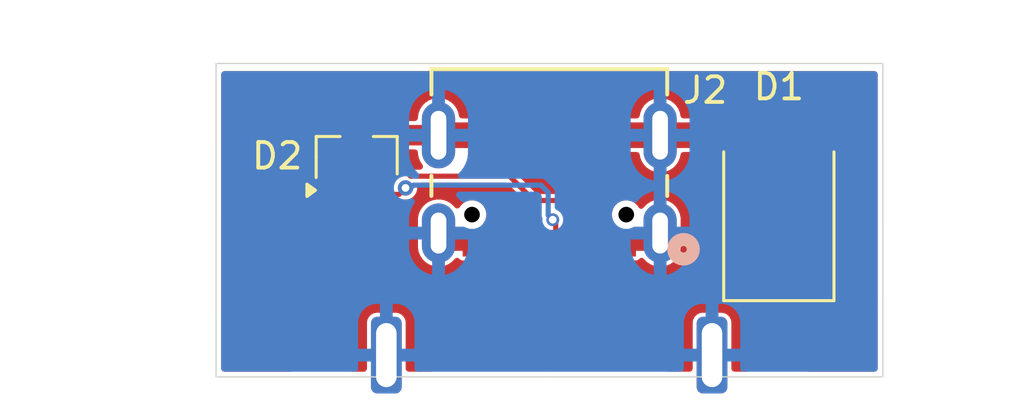
<source format=kicad_pcb>
(kicad_pcb (version 20241229) (generator "pcbnew") (generator_version "9.0")
  (title_block (title "Expansion Card Template") (rev "X1") (company "Framework") (comment 1 "This work is licensed under a Creative Commons Attribution 4.0 International License") (comment 4 "https://frame.work"))
  (layers (0 "F.Cu" signal) (2 "B.Cu" signal) (13 "F.Paste" user) (15 "B.Paste" user) (5 "F.SilkS" user "F.Silkscreen") (7 "B.SilkS" user "B.Silkscreen") (1 "F.Mask" user) (3 "B.Mask" user) (25 "Edge.Cuts" user))
  (net 0 "")
  (net 1 "GND")
  (net 2 "/USB_DN")
  (net 3 "VBUS")
  (net 4 "/USB_DP")
  (net 5 "/USB_CC")
  (net 6 "/USB_VCONN")
  (footprint "Diode_SMD:D_SMB" (layer "F.Cu") (at 163.4 139.2 90)
    (property "Reference" "D1" (at 4.69 0 180) (layer "F.SilkS"))
    (property "Value" "SMBJ51ACT-ND")
    (fp_line (start -3.66 -2.15) (end 2.15 -2.15) (stroke (width 0.12)) (layer "F.SilkS"))
    (fp_line (start -3.66 -2.15) (end -3.66 2.15) (stroke (width 0.12)) (layer "F.SilkS"))
    (fp_line (start -3.66 2.15) (end 2.15 2.15) (stroke (width 0.12)) (layer "F.SilkS"))
    (pad "1" smd roundrect (at -2.15 0 90) (size 2.5 2.3) (layers "F.Cu" "F.Mask" "F.Paste") (roundrect_rratio 0.1086956522) (net 3 "VBUS"))
    (pad "2" smd roundrect (at 2.15 0 90) (size 2.5 2.3) (layers "F.Cu" "F.Mask" "F.Paste") (roundrect_rratio 0.1086956522) (net 1 "GND"))
  )
  (footprint "Package_TO_SOT_SMD:SOT-23_Handsoldering" (layer "F.Cu") (at 146.939 137.2108 90)
    (property "Reference" "D2" (at 0 -3.1 180) (layer "F.SilkS"))
    (property "Value" "ESD862DBZR")
    (fp_line (start 0.76 -1.58) (end 0.76 -0.65) (stroke (width 0.12)) (layer "F.SilkS"))
    (fp_line (start -0.04 -1.58) (end 0.76 -1.58) (stroke (width 0.12)) (layer "F.SilkS"))
    (fp_line (start -0.04 -1.58) (end -0.84 -1.58) (stroke (width 0.12)) (layer "F.SilkS"))
    (fp_line (start 0.76 1.58) (end 0.76 0.65) (stroke (width 0.12)) (layer "F.SilkS"))
    (fp_line (start 0.76 1.58) (end -0.7 1.58) (stroke (width 0.12)) (layer "F.SilkS"))
    (fp_poly (pts (xy -1.34 -1.61) (xy -1.58 -1.94) (xy -1.1 -1.94) (xy -1.34 -1.61)) (stroke (width 0.12)) (fill yes) (layer "F.SilkS"))
    (pad "1" smd roundrect (at -1.5 -0.95 90) (size 1.9 0.8) (layers "F.Cu" "F.Mask" "F.Paste") (net 2 "/USB_DN"))
    (pad "2" smd roundrect (at -1.5 0.95 90) (size 1.9 0.8) (layers "F.Cu" "F.Mask" "F.Paste") (net 4 "/USB_DP"))
    (pad "3" smd roundrect (at 1.5 0 90) (size 1.9 0.8) (layers "F.Cu" "F.Mask" "F.Paste") (net 1 "GND"))
  )
  (footprint "Mag Charger:USB C Socket" (layer "F.Cu") (at 154.45 137.4 180)
    (property "Reference" "J2" (at -6.078 2.7546 0) (layer "F.SilkS"))
    (property "Value" "DX07S016JA3R1500")
    (fp_line (start 4.5974 3.5814) (end -4.5974 3.5814) (stroke (width 0.1524)) (layer "F.SilkS"))
    (fp_line (start 4.5974 2.587499) (end 4.5974 3.5814) (stroke (width 0.1524)) (layer "F.SilkS"))
    (fp_line (start 4.5974 -1.37221) (end 4.5974 -0.588677) (stroke (width 0.1524)) (layer "F.SilkS"))
    (fp_line (start -4.5974 3.5814) (end -4.5974 2.587499) (stroke (width 0.1524)) (layer "F.SilkS"))
    (fp_line (start -4.5974 -0.588677) (end -4.5974 -1.37221) (stroke (width 0.1524)) (layer "F.SilkS"))
    (fp_circle (center -5.2324 -3.4544) (end -4.8514 -3.4544) (stroke (width 0.508)) (fill no) (layer "B.SilkS"))
    (pad "" np_thru_hole circle (at -3 -2.100713 180) (size 0.6096 0.6096) (drill 0.6096) (layers))
    (pad "" np_thru_hole circle (at 3.0143 -2.100713 180) (size 0.6096 0.6096) (drill 0.6096) (layers))
    (pad "1" smd rect (at -3.1 -3.215589 180) (size 0.5588 1.0414) (layers "F.Cu" "F.Mask" "F.Paste") (net 1 "GND"))
    (pad "2" smd rect (at -2.368067 -3.215589 180) (size 0.5588 1.0414) (layers "F.Cu" "F.Mask" "F.Paste") (net 3 "VBUS"))
    (pad "3" smd rect (at -1.750441 -3.215589 180) (size 0.3302 1.0414) (layers "F.Cu" "F.Mask" "F.Paste") (net 5 "/USB_CC"))
    (pad "4" smd rect (at -1.250315 -3.215589 180) (size 0.3302 1.0414) (layers "F.Cu" "F.Mask" "F.Paste"))
    (pad "5" smd rect (at -0.750189 -3.215589 180) (size 0.3302 1.0414) (layers "F.Cu" "F.Mask" "F.Paste") (net 2 "/USB_DN"))
    (pad "6" smd rect (at -0.250063 -3.215589 180) (size 0.3302 1.0414) (layers "F.Cu" "F.Mask" "F.Paste") (net 4 "/USB_DP"))
    (pad "7" smd rect (at 0.250063 -3.215589 180) (size 0.3302 1.0414) (layers "F.Cu" "F.Mask" "F.Paste") (net 4 "/USB_DP"))
    (pad "8" smd rect (at 0.750189 -3.215589 180) (size 0.3302 1.0414) (layers "F.Cu" "F.Mask" "F.Paste") (net 2 "/USB_DN"))
    (pad "9" smd rect (at 1.250315 -3.215589 180) (size 0.3302 1.0414) (layers "F.Cu" "F.Mask" "F.Paste") (net 6 "/USB_VCONN"))
    (pad "10" smd rect (at 1.750441 -3.215589 180) (size 0.3302 1.0414) (layers "F.Cu" "F.Mask" "F.Paste"))
    (pad "11" smd rect (at 2.368067 -3.215589 180) (size 0.5588 1.0414) (layers "F.Cu" "F.Mask" "F.Paste") (net 3 "VBUS"))
    (pad "12" thru_hole oval (at -4.320032 0.999411 180) (size 1.2954 2.5908) (drill oval 0.6096 1.905) (layers "*.Cu" "*.Mask") (net 1 "GND"))
    (pad "12" thru_hole oval (at -4.320002 -2.820589 180) (size 1.2954 2.3114) (drill oval 0.6096 1.6002) (layers "*.Cu" "*.Mask") (net 1 "GND"))
    (pad "12" smd rect (at -1.4 0.999287 180) (size 0.9906 2.0066) (layers "F.Cu" "F.Mask" "F.Paste") (net 1 "GND"))
    (pad "12" smd rect (at 1.4 0.999287 180) (size 0.9906 2.0066) (layers "F.Cu" "F.Mask" "F.Paste") (net 1 "GND"))
    (pad "12" smd rect (at 3.1 -3.215589 180) (size 0.5588 1.0414) (layers "F.Cu" "F.Mask" "F.Paste") (net 1 "GND"))
    (pad "12" thru_hole oval (at 4.320002 -2.820589 180) (size 1.2954 2.3114) (drill oval 0.6096 1.6002) (layers "*.Cu" "*.Mask") (net 1 "GND"))
    (pad "12" thru_hole oval (at 4.320032 0.999411 180) (size 1.2954 2.5908) (drill oval 0.6096 1.905) (layers "*.Cu" "*.Mask") (net 1 "GND"))
  )
  (footprint "Mag Charger:Mag Connector" (layer "F.Cu") (at 154.445 143.3345)
    (property "Reference" "J1" (hide yes))
    (property "Value" "Conn_01x08" (hide yes))
    (fp_line (start 0 2.501) (end -12.99 2.501) (stroke (width 0.05)) (layer "Edge.Cuts"))
    (fp_line (start 0 2.501) (end 13.01 2.501) (stroke (width 0.05)) (layer "Edge.Cuts"))
    (pad "1" smd roundrect (at -8.89 0.651) (size 1.2 3) (layers "F.Cu" "F.Mask" "F.Paste") (roundrect_rratio 0.2083333333) (net 3 "VBUS"))
    (pad "2" thru_hole roundrect (at -6.35 1.651) (size 1.2 3) (drill oval 0.8 2.5) (property pad_prop_castellated) (layers "*.Cu" "*.Mask") (roundrect_rratio 0.2083333333) (net 1 "GND"))
    (pad "3" smd roundrect (at -3.81 0.651) (size 1.2 3) (layers "F.Cu" "F.Mask" "F.Paste") (roundrect_rratio 0.2083333333) (net 6 "/USB_VCONN"))
    (pad "4" smd roundrect (at -1.27 0.651) (size 1.2 3) (layers "F.Cu" "F.Mask" "F.Paste") (roundrect_rratio 0.2083333333) (net 2 "/USB_DN"))
    (pad "5" smd roundrect (at 1.27 0.651) (size 1.2 3) (layers "F.Cu" "F.Mask" "F.Paste") (roundrect_rratio 0.2083333333) (net 4 "/USB_DP"))
    (pad "6" smd roundrect (at 3.81 0.651) (size 1.2 3) (layers "F.Cu" "F.Mask" "F.Paste") (roundrect_rratio 0.2083333333) (net 5 "/USB_CC"))
    (pad "7" thru_hole roundrect (at 6.35 1.651) (size 1.2 3) (drill oval 0.8 2.5) (property pad_prop_castellated) (layers "*.Cu" "*.Mask") (roundrect_rratio 0.2083333333) (net 1 "GND"))
    (pad "8" smd roundrect (at 8.89 0.651) (size 1.2 3) (layers "F.Cu" "F.Mask" "F.Paste") (roundrect_rratio 0.2083333333) (net 3 "VBUS"))
  )
  (gr_line (start 167.455266 133.6) (end 141.455266 133.6) (stroke (width 0.05)) (layer "Edge.Cuts"))
  (gr_line (start 141.455 145.8355) (end 141.455266 133.6) (stroke (width 0.05)) (layer "Edge.Cuts"))
  (gr_line (start 167.455 145.8355) (end 167.455266 133.6) (stroke (width 0.05)) (layer "Edge.Cuts"))
  (segment (start 151.1808 136.400589) (end 150.129968 136.400589) (width 1) (layer "F.Cu") (net 1))
  (segment (start 151.35 140.615589) (end 150.524998 140.615589) (width 0.6) (layer "F.Cu") (net 1))
  (segment (start 158.770032 136.400589) (end 151.1808 136.400589) (width 1) (layer "F.Cu") (net 1))
  (segment (start 147.628789 136.400589) (end 151.1808 136.400589) (width 0.8) (layer "F.Cu") (net 1))
  (segment (start 158.770032 136.400589) (end 162.750589 136.400589) (width 1) (layer "F.Cu") (net 1))
  (segment (start 157.55 140.615589) (end 158.375002 140.615589) (width 0.6) (layer "F.Cu") (net 1))
  (segment (start 162.750589 136.400589) (end 163.4 137.05) (width 1) (layer "F.Cu") (net 1))
  (segment (start 158.375002 140.615589) (end 158.770002 140.220589) (width 0.6) (layer "F.Cu") (net 1))
  (segment (start 150.524998 140.615589) (end 150.129998 140.220589) (width 0.6) (layer "F.Cu") (net 1))
  (segment (start 146.939 135.7108) (end 147.628789 136.400589) (width 0.8) (layer "F.Cu") (net 1))
  (segment (start 148.082 144.9525) (end 148.115 144.9855) (width 0.8) (layer "F.Cu") (net 1))
  (segment (start 153.699811 142.597303) (end 153.699811 143.268372) (width 0.2) (layer "F.Cu") (net 2))
  (segment (start 153.699811 139.100189) (end 153.85 138.95) (width 0.2) (layer "F.Cu") (net 2))
  (segment (start 154.000155 141.697647) (end 154.000155 141.997303) (width 0.2) (layer "F.Cu") (net 2))
  (segment (start 153.699811 142.297647) (end 153.699811 142.597303) (width 0.2) (layer "F.Cu") (net 2))
  (segment (start 154.95 138.95) (end 155.200189 139.200189) (width 0.2) (layer "F.Cu") (net 2))
  (segment (start 149.041479 138) (end 148.531679 137.4902) (width 0.2) (layer "F.Cu") (net 2))
  (segment (start 148.531679 137.4902) (end 146.4056 137.4902) (width 0.2) (layer "F.Cu") (net 2))
  (segment (start 153.699811 143.268372) (end 153.699811 143.730689) (width 0.2) (layer "F.Cu") (net 2))
  (segment (start 153.85 138.95) (end 152.9 138) (width 0.2) (layer "F.Cu") (net 2))
  (segment (start 153.85 138.95) (end 154.95 138.95) (width 0.2) (layer "F.Cu") (net 2))
  (segment (start 153.699811 140.615589) (end 153.699811 139.100189) (width 0.2) (layer "F.Cu") (net 2))
  (segment (start 153.699811 144.495455) (end 153.195266 145) (width 0.2) (layer "F.Cu") (net 2))
  (segment (start 153.699811 143.730689) (end 153.195 144.2355) (width 0.2) (layer "F.Cu") (net 2))
  (segment (start 153.699811 140.615589) (end 153.699811 141.397303) (width 0.2) (layer "F.Cu") (net 2))
  (segment (start 155.200189 139.200189) (end 155.200189 140.615589) (width 0.2) (layer "F.Cu") (net 2))
  (segment (start 152.9 138) (end 149.041479 138) (width 0.2) (layer "F.Cu") (net 2))
  (segment (start 145.989 137.9068) (end 145.989 138.7108) (width 0.2) (layer "F.Cu") (net 2))
  (segment (start 146.4056 137.4902) (end 145.989 137.9068) (width 0.2) (layer "F.Cu") (net 2))
  (arc (start 153.849983 142.147475) (mid 153.743795 142.191459) (end 153.699811 142.297647) (width 0.2) (layer "F.Cu") (net 2))
  (arc (start 153.849983 141.547475) (mid 153.956171 141.591459) (end 154.000155 141.697647) (width 0.2) (layer "F.Cu") (net 2))
  (arc (start 153.699811 141.397303) (mid 153.743795 141.503491) (end 153.849983 141.547475) (width 0.2) (layer "F.Cu") (net 2))
  (arc (start 154.000155 141.997303) (mid 153.956171 142.103491) (end 153.849983 142.147475) (width 0.2) (layer "F.Cu") (net 2))
  (segment (start 163.355266 141.66978) (end 163.78532 141.239726) (width 1) (layer "F.Cu") (net 3))
  (segment (start 163.355266 145) (end 163.355266 141.66978) (width 1) (layer "F.Cu") (net 3))
  (segment (start 147.8904 138.7094) (end 147.889 138.7108) (width 0.2) (layer "F.Cu") (net 4))
  (segment (start 154.199937 140.615589) (end 154.700063 140.615589) (width 0.2) (layer "F.Cu") (net 4))
  (segment (start 148.591884 138.7094) (end 147.8904 138.7094) (width 0.2) (layer "F.Cu") (net 4))
  (segment (start 154.700063 140.615589) (end 154.700063 139.815663) (width 0.2) (layer "F.Cu") (net 4))
  (segment (start 148.842557 138.458727) (end 148.591884 138.7094) (width 0.2) (layer "F.Cu") (net 4))
  (segment (start 155.735 144.2355) (end 154.700063 143.200563) (width 0.2) (layer "F.Cu") (net 4))
  (segment (start 154.700063 143.200563) (end 154.700063 140.615589) (width 0.2) (layer "F.Cu") (net 4))
  (segment (start 154.700063 139.815663) (end 154.5844 139.7) (width 0.2) (layer "F.Cu") (net 4))
  (via (at 154.5844 139.7) (size 0.5) (drill 0.3) (layers "F.Cu" "B.Cu") (net 4))
  (via (at 148.842557 138.458727) (size 0.6) (drill 0.3) (layers "F.Cu" "B.Cu") (net 4))
  (segment (start 148.842557 138.458727) (end 149.043873 138.458727) (width 0.2) (layer "B.Cu") (net 4))
  (segment (start 149.043873 138.458727) (end 149.1526 138.35) (width 0.2) (layer "B.Cu") (net 4))
  (segment (start 154.4066 139.5222) (end 154.5844 139.7) (width 0.2) (layer "B.Cu") (net 4))
  (segment (start 154.1234 138.35) (end 154.4066 138.6332) (width 0.2) (layer "B.Cu") (net 4))
  (segment (start 154.4066 138.6332) (end 154.4066 139.5222) (width 0.2) (layer "B.Cu") (net 4))
  (segment (start 149.1526 138.35) (end 154.1234 138.35) (width 0.2) (layer "B.Cu") (net 4))
  (segment (start 158.275266 143.625266) (end 156.200441 141.550441) (width 0.2) (layer "F.Cu") (net 5))
  (segment (start 158.275266 145) (end 158.275266 143.625266) (width 0.2) (layer "F.Cu") (net 5))
  (segment (start 156.200441 141.550441) (end 156.200441 140.615589) (width 0.2) (layer "F.Cu") (net 5))
  (segment (start 150.655266 145) (end 150.655266 144.244734) (width 0.2) (layer "F.Cu") (net 6))
  (segment (start 153.199685 141.700315) (end 153.199685 140.615589) (width 0.2) (layer "F.Cu") (net 6))
  (segment (start 150.655266 144.244734) (end 153.199685 141.700315) (width 0.2) (layer "F.Cu") (net 6))
  (zone (net 3) (net_name "VBUS") (layer "F.Cu") (connect_pads (clearance 0.1524)) (min_thickness 0.25) (fill yes (thermal_gap 0.5) (thermal_bridge_width 0.5))
    (polygon (pts (xy 167.3 145.9) (xy 141.6 145.9) (xy 141.6 133.9) (xy 167.3 133.9)))
  )
  (zone (net 1) (net_name "GND") (layer "B.Cu") (priority 1) (connect_pads (clearance 0.1524)) (min_thickness 0.25) (fill yes (thermal_gap 0.5) (thermal_bridge_width 0.5))
    (polygon (pts (xy 167.3 145.9) (xy 141.6 145.9) (xy 141.6 133.9) (xy 167.3 133.9)))
  )
)
</source>
